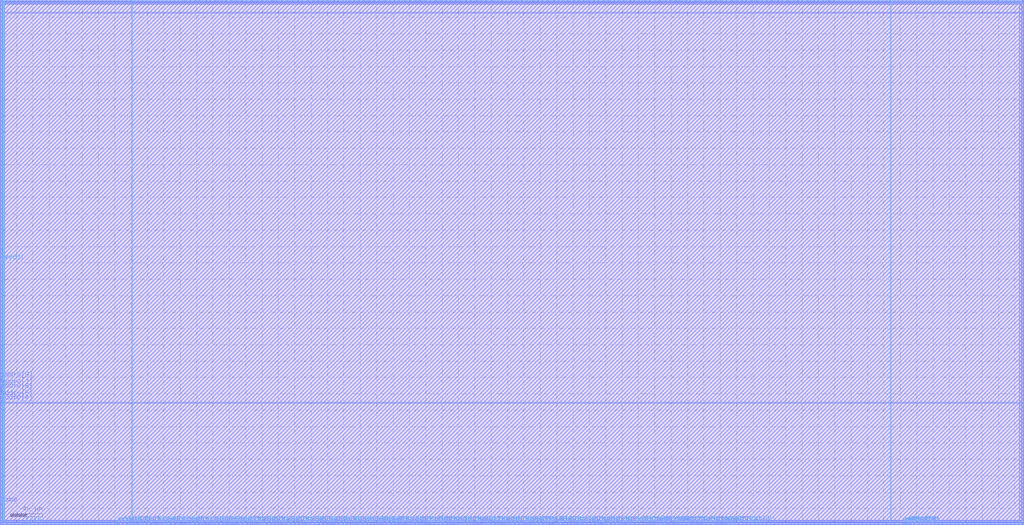
<source format=lef>
VERSION 5.4 ;
NAMESCASESENSITIVE ON ;
BUSBITCHARS "[]" ;
DIVIDERCHAR "/" ;
UNITS
  DATABASE MICRONS 2000 ;
END UNITS
MACRO sky130_sram_1r1w_128x512_128
   CLASS BLOCK ;
   SIZE 1250.9 BY 641.62 ;
   SYMMETRY X Y R90 ;
   PIN din0[0]
      DIRECTION INPUT ;
      PORT
         LAYER met4 ;
         RECT  161.16 0.0 161.54 1.06 ;
      END
   END din0[0]
   PIN din0[1]
      DIRECTION INPUT ;
      PORT
         LAYER met4 ;
         RECT  167.28 0.0 167.66 1.06 ;
      END
   END din0[1]
   PIN din0[2]
      DIRECTION INPUT ;
      PORT
         LAYER met4 ;
         RECT  173.4 0.0 173.78 1.06 ;
      END
   END din0[2]
   PIN din0[3]
      DIRECTION INPUT ;
      PORT
         LAYER met4 ;
         RECT  178.84 0.0 179.22 1.06 ;
      END
   END din0[3]
   PIN din0[4]
      DIRECTION INPUT ;
      PORT
         LAYER met4 ;
         RECT  184.96 0.0 185.34 1.06 ;
      END
   END din0[4]
   PIN din0[5]
      DIRECTION INPUT ;
      PORT
         LAYER met4 ;
         RECT  191.08 0.0 191.46 1.06 ;
      END
   END din0[5]
   PIN din0[6]
      DIRECTION INPUT ;
      PORT
         LAYER met4 ;
         RECT  196.52 0.0 196.9 1.06 ;
      END
   END din0[6]
   PIN din0[7]
      DIRECTION INPUT ;
      PORT
         LAYER met4 ;
         RECT  202.64 0.0 203.02 1.06 ;
      END
   END din0[7]
   PIN din0[8]
      DIRECTION INPUT ;
      PORT
         LAYER met4 ;
         RECT  208.08 0.0 208.46 1.06 ;
      END
   END din0[8]
   PIN din0[9]
      DIRECTION INPUT ;
      PORT
         LAYER met4 ;
         RECT  214.2 0.0 214.58 1.06 ;
      END
   END din0[9]
   PIN din0[10]
      DIRECTION INPUT ;
      PORT
         LAYER met4 ;
         RECT  220.32 0.0 220.7 1.06 ;
      END
   END din0[10]
   PIN din0[11]
      DIRECTION INPUT ;
      PORT
         LAYER met4 ;
         RECT  225.76 0.0 226.14 1.06 ;
      END
   END din0[11]
   PIN din0[12]
      DIRECTION INPUT ;
      PORT
         LAYER met4 ;
         RECT  231.88 0.0 232.26 1.06 ;
      END
   END din0[12]
   PIN din0[13]
      DIRECTION INPUT ;
      PORT
         LAYER met4 ;
         RECT  237.32 0.0 237.7 1.06 ;
      END
   END din0[13]
   PIN din0[14]
      DIRECTION INPUT ;
      PORT
         LAYER met4 ;
         RECT  243.44 0.0 243.82 1.06 ;
      END
   END din0[14]
   PIN din0[15]
      DIRECTION INPUT ;
      PORT
         LAYER met4 ;
         RECT  249.56 0.0 249.94 1.06 ;
      END
   END din0[15]
   PIN din0[16]
      DIRECTION INPUT ;
      PORT
         LAYER met4 ;
         RECT  255.0 0.0 255.38 1.06 ;
      END
   END din0[16]
   PIN din0[17]
      DIRECTION INPUT ;
      PORT
         LAYER met4 ;
         RECT  261.12 0.0 261.5 1.06 ;
      END
   END din0[17]
   PIN din0[18]
      DIRECTION INPUT ;
      PORT
         LAYER met4 ;
         RECT  266.56 0.0 266.94 1.06 ;
      END
   END din0[18]
   PIN din0[19]
      DIRECTION INPUT ;
      PORT
         LAYER met4 ;
         RECT  272.68 0.0 273.06 1.06 ;
      END
   END din0[19]
   PIN din0[20]
      DIRECTION INPUT ;
      PORT
         LAYER met4 ;
         RECT  278.12 0.0 278.5 1.06 ;
      END
   END din0[20]
   PIN din0[21]
      DIRECTION INPUT ;
      PORT
         LAYER met4 ;
         RECT  284.24 0.0 284.62 1.06 ;
      END
   END din0[21]
   PIN din0[22]
      DIRECTION INPUT ;
      PORT
         LAYER met4 ;
         RECT  289.68 0.0 290.06 1.06 ;
      END
   END din0[22]
   PIN din0[23]
      DIRECTION INPUT ;
      PORT
         LAYER met4 ;
         RECT  295.8 0.0 296.18 1.06 ;
      END
   END din0[23]
   PIN din0[24]
      DIRECTION INPUT ;
      PORT
         LAYER met4 ;
         RECT  301.92 0.0 302.3 1.06 ;
      END
   END din0[24]
   PIN din0[25]
      DIRECTION INPUT ;
      PORT
         LAYER met4 ;
         RECT  307.36 0.0 307.74 1.06 ;
      END
   END din0[25]
   PIN din0[26]
      DIRECTION INPUT ;
      PORT
         LAYER met4 ;
         RECT  313.48 0.0 313.86 1.06 ;
      END
   END din0[26]
   PIN din0[27]
      DIRECTION INPUT ;
      PORT
         LAYER met4 ;
         RECT  319.6 0.0 319.98 1.06 ;
      END
   END din0[27]
   PIN din0[28]
      DIRECTION INPUT ;
      PORT
         LAYER met4 ;
         RECT  325.04 0.0 325.42 1.06 ;
      END
   END din0[28]
   PIN din0[29]
      DIRECTION INPUT ;
      PORT
         LAYER met4 ;
         RECT  331.16 0.0 331.54 1.06 ;
      END
   END din0[29]
   PIN din0[30]
      DIRECTION INPUT ;
      PORT
         LAYER met4 ;
         RECT  336.6 0.0 336.98 1.06 ;
      END
   END din0[30]
   PIN din0[31]
      DIRECTION INPUT ;
      PORT
         LAYER met4 ;
         RECT  342.72 0.0 343.1 1.06 ;
      END
   END din0[31]
   PIN din0[32]
      DIRECTION INPUT ;
      PORT
         LAYER met4 ;
         RECT  348.84 0.0 349.22 1.06 ;
      END
   END din0[32]
   PIN din0[33]
      DIRECTION INPUT ;
      PORT
         LAYER met4 ;
         RECT  354.28 0.0 354.66 1.06 ;
      END
   END din0[33]
   PIN din0[34]
      DIRECTION INPUT ;
      PORT
         LAYER met4 ;
         RECT  360.4 0.0 360.78 1.06 ;
      END
   END din0[34]
   PIN din0[35]
      DIRECTION INPUT ;
      PORT
         LAYER met4 ;
         RECT  365.84 0.0 366.22 1.06 ;
      END
   END din0[35]
   PIN din0[36]
      DIRECTION INPUT ;
      PORT
         LAYER met4 ;
         RECT  371.96 0.0 372.34 1.06 ;
      END
   END din0[36]
   PIN din0[37]
      DIRECTION INPUT ;
      PORT
         LAYER met4 ;
         RECT  378.08 0.0 378.46 1.06 ;
      END
   END din0[37]
   PIN din0[38]
      DIRECTION INPUT ;
      PORT
         LAYER met4 ;
         RECT  383.52 0.0 383.9 1.06 ;
      END
   END din0[38]
   PIN din0[39]
      DIRECTION INPUT ;
      PORT
         LAYER met4 ;
         RECT  388.96 0.0 389.34 1.06 ;
      END
   END din0[39]
   PIN din0[40]
      DIRECTION INPUT ;
      PORT
         LAYER met4 ;
         RECT  395.08 0.0 395.46 1.06 ;
      END
   END din0[40]
   PIN din0[41]
      DIRECTION INPUT ;
      PORT
         LAYER met4 ;
         RECT  400.52 0.0 400.9 1.06 ;
      END
   END din0[41]
   PIN din0[42]
      DIRECTION INPUT ;
      PORT
         LAYER met4 ;
         RECT  406.64 0.0 407.02 1.06 ;
      END
   END din0[42]
   PIN din0[43]
      DIRECTION INPUT ;
      PORT
         LAYER met4 ;
         RECT  412.76 0.0 413.14 1.06 ;
      END
   END din0[43]
   PIN din0[44]
      DIRECTION INPUT ;
      PORT
         LAYER met4 ;
         RECT  418.2 0.0 418.58 1.06 ;
      END
   END din0[44]
   PIN din0[45]
      DIRECTION INPUT ;
      PORT
         LAYER met4 ;
         RECT  424.32 0.0 424.7 1.06 ;
      END
   END din0[45]
   PIN din0[46]
      DIRECTION INPUT ;
      PORT
         LAYER met4 ;
         RECT  429.76 0.0 430.14 1.06 ;
      END
   END din0[46]
   PIN din0[47]
      DIRECTION INPUT ;
      PORT
         LAYER met4 ;
         RECT  435.88 0.0 436.26 1.06 ;
      END
   END din0[47]
   PIN din0[48]
      DIRECTION INPUT ;
      PORT
         LAYER met4 ;
         RECT  442.0 0.0 442.38 1.06 ;
      END
   END din0[48]
   PIN din0[49]
      DIRECTION INPUT ;
      PORT
         LAYER met4 ;
         RECT  447.44 0.0 447.82 1.06 ;
      END
   END din0[49]
   PIN din0[50]
      DIRECTION INPUT ;
      PORT
         LAYER met4 ;
         RECT  453.56 0.0 453.94 1.06 ;
      END
   END din0[50]
   PIN din0[51]
      DIRECTION INPUT ;
      PORT
         LAYER met4 ;
         RECT  459.68 0.0 460.06 1.06 ;
      END
   END din0[51]
   PIN din0[52]
      DIRECTION INPUT ;
      PORT
         LAYER met4 ;
         RECT  465.12 0.0 465.5 1.06 ;
      END
   END din0[52]
   PIN din0[53]
      DIRECTION INPUT ;
      PORT
         LAYER met4 ;
         RECT  471.24 0.0 471.62 1.06 ;
      END
   END din0[53]
   PIN din0[54]
      DIRECTION INPUT ;
      PORT
         LAYER met4 ;
         RECT  476.68 0.0 477.06 1.06 ;
      END
   END din0[54]
   PIN din0[55]
      DIRECTION INPUT ;
      PORT
         LAYER met4 ;
         RECT  482.8 0.0 483.18 1.06 ;
      END
   END din0[55]
   PIN din0[56]
      DIRECTION INPUT ;
      PORT
         LAYER met4 ;
         RECT  488.24 0.0 488.62 1.06 ;
      END
   END din0[56]
   PIN din0[57]
      DIRECTION INPUT ;
      PORT
         LAYER met4 ;
         RECT  494.36 0.0 494.74 1.06 ;
      END
   END din0[57]
   PIN din0[58]
      DIRECTION INPUT ;
      PORT
         LAYER met4 ;
         RECT  500.48 0.0 500.86 1.06 ;
      END
   END din0[58]
   PIN din0[59]
      DIRECTION INPUT ;
      PORT
         LAYER met4 ;
         RECT  505.92 0.0 506.3 1.06 ;
      END
   END din0[59]
   PIN din0[60]
      DIRECTION INPUT ;
      PORT
         LAYER met4 ;
         RECT  512.04 0.0 512.42 1.06 ;
      END
   END din0[60]
   PIN din0[61]
      DIRECTION INPUT ;
      PORT
         LAYER met4 ;
         RECT  518.16 0.0 518.54 1.06 ;
      END
   END din0[61]
   PIN din0[62]
      DIRECTION INPUT ;
      PORT
         LAYER met4 ;
         RECT  523.6 0.0 523.98 1.06 ;
      END
   END din0[62]
   PIN din0[63]
      DIRECTION INPUT ;
      PORT
         LAYER met4 ;
         RECT  529.72 0.0 530.1 1.06 ;
      END
   END din0[63]
   PIN din0[64]
      DIRECTION INPUT ;
      PORT
         LAYER met4 ;
         RECT  535.16 0.0 535.54 1.06 ;
      END
   END din0[64]
   PIN din0[65]
      DIRECTION INPUT ;
      PORT
         LAYER met4 ;
         RECT  541.28 0.0 541.66 1.06 ;
      END
   END din0[65]
   PIN din0[66]
      DIRECTION INPUT ;
      PORT
         LAYER met4 ;
         RECT  546.72 0.0 547.1 1.06 ;
      END
   END din0[66]
   PIN din0[67]
      DIRECTION INPUT ;
      PORT
         LAYER met4 ;
         RECT  552.84 0.0 553.22 1.06 ;
      END
   END din0[67]
   PIN din0[68]
      DIRECTION INPUT ;
      PORT
         LAYER met4 ;
         RECT  558.28 0.0 558.66 1.06 ;
      END
   END din0[68]
   PIN din0[69]
      DIRECTION INPUT ;
      PORT
         LAYER met4 ;
         RECT  564.4 0.0 564.78 1.06 ;
      END
   END din0[69]
   PIN din0[70]
      DIRECTION INPUT ;
      PORT
         LAYER met4 ;
         RECT  570.52 0.0 570.9 1.06 ;
      END
   END din0[70]
   PIN din0[71]
      DIRECTION INPUT ;
      PORT
         LAYER met4 ;
         RECT  576.64 0.0 577.02 1.06 ;
      END
   END din0[71]
   PIN din0[72]
      DIRECTION INPUT ;
      PORT
         LAYER met4 ;
         RECT  582.08 0.0 582.46 1.06 ;
      END
   END din0[72]
   PIN din0[73]
      DIRECTION INPUT ;
      PORT
         LAYER met4 ;
         RECT  587.52 0.0 587.9 1.06 ;
      END
   END din0[73]
   PIN din0[74]
      DIRECTION INPUT ;
      PORT
         LAYER met4 ;
         RECT  593.64 0.0 594.02 1.06 ;
      END
   END din0[74]
   PIN din0[75]
      DIRECTION INPUT ;
      PORT
         LAYER met4 ;
         RECT  599.76 0.0 600.14 1.06 ;
      END
   END din0[75]
   PIN din0[76]
      DIRECTION INPUT ;
      PORT
         LAYER met4 ;
         RECT  605.2 0.0 605.58 1.06 ;
      END
   END din0[76]
   PIN din0[77]
      DIRECTION INPUT ;
      PORT
         LAYER met4 ;
         RECT  611.32 0.0 611.7 1.06 ;
      END
   END din0[77]
   PIN din0[78]
      DIRECTION INPUT ;
      PORT
         LAYER met4 ;
         RECT  616.76 0.0 617.14 1.06 ;
      END
   END din0[78]
   PIN din0[79]
      DIRECTION INPUT ;
      PORT
         LAYER met4 ;
         RECT  622.88 0.0 623.26 1.06 ;
      END
   END din0[79]
   PIN din0[80]
      DIRECTION INPUT ;
      PORT
         LAYER met4 ;
         RECT  628.32 0.0 628.7 1.06 ;
      END
   END din0[80]
   PIN din0[81]
      DIRECTION INPUT ;
      PORT
         LAYER met4 ;
         RECT  634.44 0.0 634.82 1.06 ;
      END
   END din0[81]
   PIN din0[82]
      DIRECTION INPUT ;
      PORT
         LAYER met4 ;
         RECT  640.56 0.0 640.94 1.06 ;
      END
   END din0[82]
   PIN din0[83]
      DIRECTION INPUT ;
      PORT
         LAYER met4 ;
         RECT  646.68 0.0 647.06 1.06 ;
      END
   END din0[83]
   PIN din0[84]
      DIRECTION INPUT ;
      PORT
         LAYER met4 ;
         RECT  652.12 0.0 652.5 1.06 ;
      END
   END din0[84]
   PIN din0[85]
      DIRECTION INPUT ;
      PORT
         LAYER met4 ;
         RECT  658.24 0.0 658.62 1.06 ;
      END
   END din0[85]
   PIN din0[86]
      DIRECTION INPUT ;
      PORT
         LAYER met4 ;
         RECT  663.68 0.0 664.06 1.06 ;
      END
   END din0[86]
   PIN din0[87]
      DIRECTION INPUT ;
      PORT
         LAYER met4 ;
         RECT  669.8 0.0 670.18 1.06 ;
      END
   END din0[87]
   PIN din0[88]
      DIRECTION INPUT ;
      PORT
         LAYER met4 ;
         RECT  675.24 0.0 675.62 1.06 ;
      END
   END din0[88]
   PIN din0[89]
      DIRECTION INPUT ;
      PORT
         LAYER met4 ;
         RECT  681.36 0.0 681.74 1.06 ;
      END
   END din0[89]
   PIN din0[90]
      DIRECTION INPUT ;
      PORT
         LAYER met4 ;
         RECT  686.8 0.0 687.18 1.06 ;
      END
   END din0[90]
   PIN din0[91]
      DIRECTION INPUT ;
      PORT
         LAYER met4 ;
         RECT  692.92 0.0 693.3 1.06 ;
      END
   END din0[91]
   PIN din0[92]
      DIRECTION INPUT ;
      PORT
         LAYER met4 ;
         RECT  698.36 0.0 698.74 1.06 ;
      END
   END din0[92]
   PIN din0[93]
      DIRECTION INPUT ;
      PORT
         LAYER met4 ;
         RECT  704.48 0.0 704.86 1.06 ;
      END
   END din0[93]
   PIN din0[94]
      DIRECTION INPUT ;
      PORT
         LAYER met4 ;
         RECT  710.6 0.0 710.98 1.06 ;
      END
   END din0[94]
   PIN din0[95]
      DIRECTION INPUT ;
      PORT
         LAYER met4 ;
         RECT  716.04 0.0 716.42 1.06 ;
      END
   END din0[95]
   PIN din0[96]
      DIRECTION INPUT ;
      PORT
         LAYER met4 ;
         RECT  722.16 0.0 722.54 1.06 ;
      END
   END din0[96]
   PIN din0[97]
      DIRECTION INPUT ;
      PORT
         LAYER met4 ;
         RECT  727.6 0.0 727.98 1.06 ;
      END
   END din0[97]
   PIN din0[98]
      DIRECTION INPUT ;
      PORT
         LAYER met4 ;
         RECT  733.72 0.0 734.1 1.06 ;
      END
   END din0[98]
   PIN din0[99]
      DIRECTION INPUT ;
      PORT
         LAYER met4 ;
         RECT  739.84 0.0 740.22 1.06 ;
      END
   END din0[99]
   PIN din0[100]
      DIRECTION INPUT ;
      PORT
         LAYER met4 ;
         RECT  745.96 0.0 746.34 1.06 ;
      END
   END din0[100]
   PIN din0[101]
      DIRECTION INPUT ;
      PORT
         LAYER met4 ;
         RECT  751.4 0.0 751.78 1.06 ;
      END
   END din0[101]
   PIN din0[102]
      DIRECTION INPUT ;
      PORT
         LAYER met4 ;
         RECT  757.52 0.0 757.9 1.06 ;
      END
   END din0[102]
   PIN din0[103]
      DIRECTION INPUT ;
      PORT
         LAYER met4 ;
         RECT  762.96 0.0 763.34 1.06 ;
      END
   END din0[103]
   PIN din0[104]
      DIRECTION INPUT ;
      PORT
         LAYER met4 ;
         RECT  769.08 0.0 769.46 1.06 ;
      END
   END din0[104]
   PIN din0[105]
      DIRECTION INPUT ;
      PORT
         LAYER met4 ;
         RECT  775.2 0.0 775.58 1.06 ;
      END
   END din0[105]
   PIN din0[106]
      DIRECTION INPUT ;
      PORT
         LAYER met4 ;
         RECT  780.64 0.0 781.02 1.06 ;
      END
   END din0[106]
   PIN din0[107]
      DIRECTION INPUT ;
      PORT
         LAYER met4 ;
         RECT  786.08 0.0 786.46 1.06 ;
      END
   END din0[107]
   PIN din0[108]
      DIRECTION INPUT ;
      PORT
         LAYER met4 ;
         RECT  792.2 0.0 792.58 1.06 ;
      END
   END din0[108]
   PIN din0[109]
      DIRECTION INPUT ;
      PORT
         LAYER met4 ;
         RECT  798.32 0.0 798.7 1.06 ;
      END
   END din0[109]
   PIN din0[110]
      DIRECTION INPUT ;
      PORT
         LAYER met4 ;
         RECT  803.76 0.0 804.14 1.06 ;
      END
   END din0[110]
   PIN din0[111]
      DIRECTION INPUT ;
      PORT
         LAYER met4 ;
         RECT  809.88 0.0 810.26 1.06 ;
      END
   END din0[111]
   PIN din0[112]
      DIRECTION INPUT ;
      PORT
         LAYER met4 ;
         RECT  816.0 0.0 816.38 1.06 ;
      END
   END din0[112]
   PIN din0[113]
      DIRECTION INPUT ;
      PORT
         LAYER met4 ;
         RECT  821.44 0.0 821.82 1.06 ;
      END
   END din0[113]
   PIN din0[114]
      DIRECTION INPUT ;
      PORT
         LAYER met4 ;
         RECT  827.56 0.0 827.94 1.06 ;
      END
   END din0[114]
   PIN din0[115]
      DIRECTION INPUT ;
      PORT
         LAYER met4 ;
         RECT  833.0 0.0 833.38 1.06 ;
      END
   END din0[115]
   PIN din0[116]
      DIRECTION INPUT ;
      PORT
         LAYER met4 ;
         RECT  839.12 0.0 839.5 1.06 ;
      END
   END din0[116]
   PIN din0[117]
      DIRECTION INPUT ;
      PORT
         LAYER met4 ;
         RECT  845.24 0.0 845.62 1.06 ;
      END
   END din0[117]
   PIN din0[118]
      DIRECTION INPUT ;
      PORT
         LAYER met4 ;
         RECT  850.68 0.0 851.06 1.06 ;
      END
   END din0[118]
   PIN din0[119]
      DIRECTION INPUT ;
      PORT
         LAYER met4 ;
         RECT  856.12 0.0 856.5 1.06 ;
      END
   END din0[119]
   PIN din0[120]
      DIRECTION INPUT ;
      PORT
         LAYER met4 ;
         RECT  862.24 0.0 862.62 1.06 ;
      END
   END din0[120]
   PIN din0[121]
      DIRECTION INPUT ;
      PORT
         LAYER met4 ;
         RECT  868.36 0.0 868.74 1.06 ;
      END
   END din0[121]
   PIN din0[122]
      DIRECTION INPUT ;
      PORT
         LAYER met4 ;
         RECT  874.48 0.0 874.86 1.06 ;
      END
   END din0[122]
   PIN din0[123]
      DIRECTION INPUT ;
      PORT
         LAYER met4 ;
         RECT  879.92 0.0 880.3 1.06 ;
      END
   END din0[123]
   PIN din0[124]
      DIRECTION INPUT ;
      PORT
         LAYER met4 ;
         RECT  886.04 0.0 886.42 1.06 ;
      END
   END din0[124]
   PIN din0[125]
      DIRECTION INPUT ;
      PORT
         LAYER met4 ;
         RECT  891.48 0.0 891.86 1.06 ;
      END
   END din0[125]
   PIN din0[126]
      DIRECTION INPUT ;
      PORT
         LAYER met4 ;
         RECT  896.92 0.0 897.3 1.06 ;
      END
   END din0[126]
   PIN din0[127]
      DIRECTION INPUT ;
      PORT
         LAYER met4 ;
         RECT  903.04 0.0 903.42 1.06 ;
      END
   END din0[127]
   PIN addr0[0]
      DIRECTION INPUT ;
      PORT
         LAYER met4 ;
         RECT  155.72 0.0 156.1 1.06 ;
      END
   END addr0[0]
   PIN addr0[1]
      DIRECTION INPUT ;
      PORT
         LAYER met4 ;
         RECT  144.16 0.0 144.54 1.06 ;
      END
   END addr0[1]
   PIN addr0[2]
      DIRECTION INPUT ;
      PORT
         LAYER met4 ;
         RECT  144.84 0.0 145.22 1.06 ;
      END
   END addr0[2]
   PIN addr0[3]
      DIRECTION INPUT ;
      PORT
         LAYER met4 ;
         RECT  142.12 0.0 142.5 1.06 ;
      END
   END addr0[3]
   PIN addr0[4]
      DIRECTION INPUT ;
      PORT
         LAYER met3 ;
         RECT  0.0 148.92 1.06 149.3 ;
      END
   END addr0[4]
   PIN addr0[5]
      DIRECTION INPUT ;
      PORT
         LAYER met3 ;
         RECT  0.0 154.36 1.06 154.74 ;
      END
   END addr0[5]
   PIN addr0[6]
      DIRECTION INPUT ;
      PORT
         LAYER met3 ;
         RECT  0.0 163.2 1.06 163.58 ;
      END
   END addr0[6]
   PIN addr0[7]
      DIRECTION INPUT ;
      PORT
         LAYER met3 ;
         RECT  0.0 167.96 1.06 168.34 ;
      END
   END addr0[7]
   PIN addr0[8]
      DIRECTION INPUT ;
      PORT
         LAYER met3 ;
         RECT  0.0 176.8 1.06 177.18 ;
      END
   END addr0[8]
   PIN addr1[0]
      DIRECTION INPUT ;
      PORT
         LAYER met4 ;
         RECT  1088.0 640.56 1088.38 641.62 ;
      END
   END addr1[0]
   PIN addr1[1]
      DIRECTION INPUT ;
      PORT
         LAYER met4 ;
         RECT  1109.08 0.0 1109.46 1.06 ;
      END
   END addr1[1]
   PIN addr1[2]
      DIRECTION INPUT ;
      PORT
         LAYER met4 ;
         RECT  1102.96 0.0 1103.34 1.06 ;
      END
   END addr1[2]
   PIN addr1[3]
      DIRECTION INPUT ;
      PORT
         LAYER met4 ;
         RECT  1103.64 0.0 1104.02 1.06 ;
      END
   END addr1[3]
   PIN addr1[4]
      DIRECTION INPUT ;
      PORT
         LAYER met4 ;
         RECT  1108.4 0.0 1108.78 1.06 ;
      END
   END addr1[4]
   PIN addr1[5]
      DIRECTION INPUT ;
      PORT
         LAYER met4 ;
         RECT  1107.72 0.0 1108.1 1.06 ;
      END
   END addr1[5]
   PIN addr1[6]
      DIRECTION INPUT ;
      PORT
         LAYER met4 ;
         RECT  1104.32 0.0 1104.7 1.06 ;
      END
   END addr1[6]
   PIN addr1[7]
      DIRECTION INPUT ;
      PORT
         LAYER met4 ;
         RECT  1105.0 0.0 1105.38 1.06 ;
      END
   END addr1[7]
   PIN addr1[8]
      DIRECTION INPUT ;
      PORT
         LAYER met4 ;
         RECT  1105.68 0.0 1106.06 1.06 ;
      END
   END addr1[8]
   PIN csb0
      DIRECTION INPUT ;
      PORT
         LAYER met3 ;
         RECT  0.0 24.48 1.06 24.86 ;
      END
   END csb0
   PIN csb1
      DIRECTION INPUT ;
      PORT
         LAYER met3 ;
         RECT  1249.84 625.6 1250.9 625.98 ;
      END
   END csb1
   PIN clk0
      DIRECTION INPUT ;
      PORT
         LAYER met4 ;
         RECT  30.6 0.0 30.98 1.06 ;
      END
   END clk0
   PIN clk1
      DIRECTION INPUT ;
      PORT
         LAYER met4 ;
         RECT  1219.24 640.56 1219.62 641.62 ;
      END
   END clk1
   PIN dout1[0]
      DIRECTION OUTPUT ;
      PORT
         LAYER met4 ;
         RECT  225.76 640.56 226.14 641.62 ;
      END
   END dout1[0]
   PIN dout1[1]
      DIRECTION OUTPUT ;
      PORT
         LAYER met4 ;
         RECT  232.56 640.56 232.94 641.62 ;
      END
   END dout1[1]
   PIN dout1[2]
      DIRECTION OUTPUT ;
      PORT
         LAYER met4 ;
         RECT  238.68 640.56 239.06 641.62 ;
      END
   END dout1[2]
   PIN dout1[3]
      DIRECTION OUTPUT ;
      PORT
         LAYER met4 ;
         RECT  244.12 640.56 244.5 641.62 ;
      END
   END dout1[3]
   PIN dout1[4]
      DIRECTION OUTPUT ;
      PORT
         LAYER met4 ;
         RECT  250.92 640.56 251.3 641.62 ;
      END
   END dout1[4]
   PIN dout1[5]
      DIRECTION OUTPUT ;
      PORT
         LAYER met4 ;
         RECT  257.04 640.56 257.42 641.62 ;
      END
   END dout1[5]
   PIN dout1[6]
      DIRECTION OUTPUT ;
      PORT
         LAYER met4 ;
         RECT  263.16 640.56 263.54 641.62 ;
      END
   END dout1[6]
   PIN dout1[7]
      DIRECTION OUTPUT ;
      PORT
         LAYER met4 ;
         RECT  269.96 640.56 270.34 641.62 ;
      END
   END dout1[7]
   PIN dout1[8]
      DIRECTION OUTPUT ;
      PORT
         LAYER met4 ;
         RECT  275.4 640.56 275.78 641.62 ;
      END
   END dout1[8]
   PIN dout1[9]
      DIRECTION OUTPUT ;
      PORT
         LAYER met4 ;
         RECT  282.88 640.56 283.26 641.62 ;
      END
   END dout1[9]
   PIN dout1[10]
      DIRECTION OUTPUT ;
      PORT
         LAYER met4 ;
         RECT  289.0 640.56 289.38 641.62 ;
      END
   END dout1[10]
   PIN dout1[11]
      DIRECTION OUTPUT ;
      PORT
         LAYER met4 ;
         RECT  295.12 640.56 295.5 641.62 ;
      END
   END dout1[11]
   PIN dout1[12]
      DIRECTION OUTPUT ;
      PORT
         LAYER met4 ;
         RECT  300.56 640.56 300.94 641.62 ;
      END
   END dout1[12]
   PIN dout1[13]
      DIRECTION OUTPUT ;
      PORT
         LAYER met4 ;
         RECT  307.36 640.56 307.74 641.62 ;
      END
   END dout1[13]
   PIN dout1[14]
      DIRECTION OUTPUT ;
      PORT
         LAYER met4 ;
         RECT  313.48 640.56 313.86 641.62 ;
      END
   END dout1[14]
   PIN dout1[15]
      DIRECTION OUTPUT ;
      PORT
         LAYER met4 ;
         RECT  319.6 640.56 319.98 641.62 ;
      END
   END dout1[15]
   PIN dout1[16]
      DIRECTION OUTPUT ;
      PORT
         LAYER met4 ;
         RECT  325.72 640.56 326.1 641.62 ;
      END
   END dout1[16]
   PIN dout1[17]
      DIRECTION OUTPUT ;
      PORT
         LAYER met4 ;
         RECT  332.52 640.56 332.9 641.62 ;
      END
   END dout1[17]
   PIN dout1[18]
      DIRECTION OUTPUT ;
      PORT
         LAYER met4 ;
         RECT  337.96 640.56 338.34 641.62 ;
      END
   END dout1[18]
   PIN dout1[19]
      DIRECTION OUTPUT ;
      PORT
         LAYER met4 ;
         RECT  344.08 640.56 344.46 641.62 ;
      END
   END dout1[19]
   PIN dout1[20]
      DIRECTION OUTPUT ;
      PORT
         LAYER met4 ;
         RECT  350.88 640.56 351.26 641.62 ;
      END
   END dout1[20]
   PIN dout1[21]
      DIRECTION OUTPUT ;
      PORT
         LAYER met4 ;
         RECT  357.68 640.56 358.06 641.62 ;
      END
   END dout1[21]
   PIN dout1[22]
      DIRECTION OUTPUT ;
      PORT
         LAYER met4 ;
         RECT  363.12 640.56 363.5 641.62 ;
      END
   END dout1[22]
   PIN dout1[23]
      DIRECTION OUTPUT ;
      PORT
         LAYER met4 ;
         RECT  369.24 640.56 369.62 641.62 ;
      END
   END dout1[23]
   PIN dout1[24]
      DIRECTION OUTPUT ;
      PORT
         LAYER met4 ;
         RECT  376.04 640.56 376.42 641.62 ;
      END
   END dout1[24]
   PIN dout1[25]
      DIRECTION OUTPUT ;
      PORT
         LAYER met4 ;
         RECT  382.16 640.56 382.54 641.62 ;
      END
   END dout1[25]
   PIN dout1[26]
      DIRECTION OUTPUT ;
      PORT
         LAYER met4 ;
         RECT  387.6 640.56 387.98 641.62 ;
      END
   END dout1[26]
   PIN dout1[27]
      DIRECTION OUTPUT ;
      PORT
         LAYER met4 ;
         RECT  394.4 640.56 394.78 641.62 ;
      END
   END dout1[27]
   PIN dout1[28]
      DIRECTION OUTPUT ;
      PORT
         LAYER met4 ;
         RECT  400.52 640.56 400.9 641.62 ;
      END
   END dout1[28]
   PIN dout1[29]
      DIRECTION OUTPUT ;
      PORT
         LAYER met4 ;
         RECT  407.32 640.56 407.7 641.62 ;
      END
   END dout1[29]
   PIN dout1[30]
      DIRECTION OUTPUT ;
      PORT
         LAYER met4 ;
         RECT  413.44 640.56 413.82 641.62 ;
      END
   END dout1[30]
   PIN dout1[31]
      DIRECTION OUTPUT ;
      PORT
         LAYER met4 ;
         RECT  418.88 640.56 419.26 641.62 ;
      END
   END dout1[31]
   PIN dout1[32]
      DIRECTION OUTPUT ;
      PORT
         LAYER met4 ;
         RECT  426.36 640.56 426.74 641.62 ;
      END
   END dout1[32]
   PIN dout1[33]
      DIRECTION OUTPUT ;
      PORT
         LAYER met4 ;
         RECT  432.48 640.56 432.86 641.62 ;
      END
   END dout1[33]
   PIN dout1[34]
      DIRECTION OUTPUT ;
      PORT
         LAYER met4 ;
         RECT  438.6 640.56 438.98 641.62 ;
      END
   END dout1[34]
   PIN dout1[35]
      DIRECTION OUTPUT ;
      PORT
         LAYER met4 ;
         RECT  444.04 640.56 444.42 641.62 ;
      END
   END dout1[35]
   PIN dout1[36]
      DIRECTION OUTPUT ;
      PORT
         LAYER met4 ;
         RECT  450.16 640.56 450.54 641.62 ;
      END
   END dout1[36]
   PIN dout1[37]
      DIRECTION OUTPUT ;
      PORT
         LAYER met4 ;
         RECT  456.28 640.56 456.66 641.62 ;
      END
   END dout1[37]
   PIN dout1[38]
      DIRECTION OUTPUT ;
      PORT
         LAYER met4 ;
         RECT  463.08 640.56 463.46 641.62 ;
      END
   END dout1[38]
   PIN dout1[39]
      DIRECTION OUTPUT ;
      PORT
         LAYER met4 ;
         RECT  469.88 640.56 470.26 641.62 ;
      END
   END dout1[39]
   PIN dout1[40]
      DIRECTION OUTPUT ;
      PORT
         LAYER met4 ;
         RECT  475.32 640.56 475.7 641.62 ;
      END
   END dout1[40]
   PIN dout1[41]
      DIRECTION OUTPUT ;
      PORT
         LAYER met4 ;
         RECT  481.44 640.56 481.82 641.62 ;
      END
   END dout1[41]
   PIN dout1[42]
      DIRECTION OUTPUT ;
      PORT
         LAYER met4 ;
         RECT  487.56 640.56 487.94 641.62 ;
      END
   END dout1[42]
   PIN dout1[43]
      DIRECTION OUTPUT ;
      PORT
         LAYER met4 ;
         RECT  494.36 640.56 494.74 641.62 ;
      END
   END dout1[43]
   PIN dout1[44]
      DIRECTION OUTPUT ;
      PORT
         LAYER met4 ;
         RECT  500.48 640.56 500.86 641.62 ;
      END
   END dout1[44]
   PIN dout1[45]
      DIRECTION OUTPUT ;
      PORT
         LAYER met4 ;
         RECT  507.28 640.56 507.66 641.62 ;
      END
   END dout1[45]
   PIN dout1[46]
      DIRECTION OUTPUT ;
      PORT
         LAYER met4 ;
         RECT  513.4 640.56 513.78 641.62 ;
      END
   END dout1[46]
   PIN dout1[47]
      DIRECTION OUTPUT ;
      PORT
         LAYER met4 ;
         RECT  518.84 640.56 519.22 641.62 ;
      END
   END dout1[47]
   PIN dout1[48]
      DIRECTION OUTPUT ;
      PORT
         LAYER met4 ;
         RECT  525.64 640.56 526.02 641.62 ;
      END
   END dout1[48]
   PIN dout1[49]
      DIRECTION OUTPUT ;
      PORT
         LAYER met4 ;
         RECT  531.76 640.56 532.14 641.62 ;
      END
   END dout1[49]
   PIN dout1[50]
      DIRECTION OUTPUT ;
      PORT
         LAYER met4 ;
         RECT  538.56 640.56 538.94 641.62 ;
      END
   END dout1[50]
   PIN dout1[51]
      DIRECTION OUTPUT ;
      PORT
         LAYER met4 ;
         RECT  544.0 640.56 544.38 641.62 ;
      END
   END dout1[51]
   PIN dout1[52]
      DIRECTION OUTPUT ;
      PORT
         LAYER met4 ;
         RECT  550.8 640.56 551.18 641.62 ;
      END
   END dout1[52]
   PIN dout1[53]
      DIRECTION OUTPUT ;
      PORT
         LAYER met4 ;
         RECT  556.24 640.56 556.62 641.62 ;
      END
   END dout1[53]
   PIN dout1[54]
      DIRECTION OUTPUT ;
      PORT
         LAYER met4 ;
         RECT  563.04 640.56 563.42 641.62 ;
      END
   END dout1[54]
   PIN dout1[55]
      DIRECTION OUTPUT ;
      PORT
         LAYER met4 ;
         RECT  568.48 640.56 568.86 641.62 ;
      END
   END dout1[55]
   PIN dout1[56]
      DIRECTION OUTPUT ;
      PORT
         LAYER met4 ;
         RECT  575.28 640.56 575.66 641.62 ;
      END
   END dout1[56]
   PIN dout1[57]
      DIRECTION OUTPUT ;
      PORT
         LAYER met4 ;
         RECT  582.08 640.56 582.46 641.62 ;
      END
   END dout1[57]
   PIN dout1[58]
      DIRECTION OUTPUT ;
      PORT
         LAYER met4 ;
         RECT  587.52 640.56 587.9 641.62 ;
      END
   END dout1[58]
   PIN dout1[59]
      DIRECTION OUTPUT ;
      PORT
         LAYER met4 ;
         RECT  593.64 640.56 594.02 641.62 ;
      END
   END dout1[59]
   PIN dout1[60]
      DIRECTION OUTPUT ;
      PORT
         LAYER met4 ;
         RECT  601.12 640.56 601.5 641.62 ;
      END
   END dout1[60]
   PIN dout1[61]
      DIRECTION OUTPUT ;
      PORT
         LAYER met4 ;
         RECT  607.24 640.56 607.62 641.62 ;
      END
   END dout1[61]
   PIN dout1[62]
      DIRECTION OUTPUT ;
      PORT
         LAYER met4 ;
         RECT  612.68 640.56 613.06 641.62 ;
      END
   END dout1[62]
   PIN dout1[63]
      DIRECTION OUTPUT ;
      PORT
         LAYER met4 ;
         RECT  618.8 640.56 619.18 641.62 ;
      END
   END dout1[63]
   PIN dout1[64]
      DIRECTION OUTPUT ;
      PORT
         LAYER met4 ;
         RECT  624.92 640.56 625.3 641.62 ;
      END
   END dout1[64]
   PIN dout1[65]
      DIRECTION OUTPUT ;
      PORT
         LAYER met4 ;
         RECT  631.04 640.56 631.42 641.62 ;
      END
   END dout1[65]
   PIN dout1[66]
      DIRECTION OUTPUT ;
      PORT
         LAYER met4 ;
         RECT  637.16 640.56 637.54 641.62 ;
      END
   END dout1[66]
   PIN dout1[67]
      DIRECTION OUTPUT ;
      PORT
         LAYER met4 ;
         RECT  643.96 640.56 644.34 641.62 ;
      END
   END dout1[67]
   PIN dout1[68]
      DIRECTION OUTPUT ;
      PORT
         LAYER met4 ;
         RECT  650.76 640.56 651.14 641.62 ;
      END
   END dout1[68]
   PIN dout1[69]
      DIRECTION OUTPUT ;
      PORT
         LAYER met4 ;
         RECT  656.88 640.56 657.26 641.62 ;
      END
   END dout1[69]
   PIN dout1[70]
      DIRECTION OUTPUT ;
      PORT
         LAYER met4 ;
         RECT  662.32 640.56 662.7 641.62 ;
      END
   END dout1[70]
   PIN dout1[71]
      DIRECTION OUTPUT ;
      PORT
         LAYER met4 ;
         RECT  669.12 640.56 669.5 641.62 ;
      END
   END dout1[71]
   PIN dout1[72]
      DIRECTION OUTPUT ;
      PORT
         LAYER met4 ;
         RECT  675.92 640.56 676.3 641.62 ;
      END
   END dout1[72]
   PIN dout1[73]
      DIRECTION OUTPUT ;
      PORT
         LAYER met4 ;
         RECT  682.04 640.56 682.42 641.62 ;
      END
   END dout1[73]
   PIN dout1[74]
      DIRECTION OUTPUT ;
      PORT
         LAYER met4 ;
         RECT  687.48 640.56 687.86 641.62 ;
      END
   END dout1[74]
   PIN dout1[75]
      DIRECTION OUTPUT ;
      PORT
         LAYER met4 ;
         RECT  693.6 640.56 693.98 641.62 ;
      END
   END dout1[75]
   PIN dout1[76]
      DIRECTION OUTPUT ;
      PORT
         LAYER met4 ;
         RECT  700.4 640.56 700.78 641.62 ;
      END
   END dout1[76]
   PIN dout1[77]
      DIRECTION OUTPUT ;
      PORT
         LAYER met4 ;
         RECT  707.2 640.56 707.58 641.62 ;
      END
   END dout1[77]
   PIN dout1[78]
      DIRECTION OUTPUT ;
      PORT
         LAYER met4 ;
         RECT  712.64 640.56 713.02 641.62 ;
      END
   END dout1[78]
   PIN dout1[79]
      DIRECTION OUTPUT ;
      PORT
         LAYER met4 ;
         RECT  719.44 640.56 719.82 641.62 ;
      END
   END dout1[79]
   PIN dout1[80]
      DIRECTION OUTPUT ;
      PORT
         LAYER met4 ;
         RECT  725.56 640.56 725.94 641.62 ;
      END
   END dout1[80]
   PIN dout1[81]
      DIRECTION OUTPUT ;
      PORT
         LAYER met4 ;
         RECT  731.0 640.56 731.38 641.62 ;
      END
   END dout1[81]
   PIN dout1[82]
      DIRECTION OUTPUT ;
      PORT
         LAYER met4 ;
         RECT  737.12 640.56 737.5 641.62 ;
      END
   END dout1[82]
   PIN dout1[83]
      DIRECTION OUTPUT ;
      PORT
         LAYER met4 ;
         RECT  743.92 640.56 744.3 641.62 ;
      END
   END dout1[83]
   PIN dout1[84]
      DIRECTION OUTPUT ;
      PORT
         LAYER met4 ;
         RECT  750.72 640.56 751.1 641.62 ;
      END
   END dout1[84]
   PIN dout1[85]
      DIRECTION OUTPUT ;
      PORT
         LAYER met4 ;
         RECT  756.16 640.56 756.54 641.62 ;
      END
   END dout1[85]
   PIN dout1[86]
      DIRECTION OUTPUT ;
      PORT
         LAYER met4 ;
         RECT  762.28 640.56 762.66 641.62 ;
      END
   END dout1[86]
   PIN dout1[87]
      DIRECTION OUTPUT ;
      PORT
         LAYER met4 ;
         RECT  769.08 640.56 769.46 641.62 ;
      END
   END dout1[87]
   PIN dout1[88]
      DIRECTION OUTPUT ;
      PORT
         LAYER met4 ;
         RECT  775.2 640.56 775.58 641.62 ;
      END
   END dout1[88]
   PIN dout1[89]
      DIRECTION OUTPUT ;
      PORT
         LAYER met4 ;
         RECT  780.64 640.56 781.02 641.62 ;
      END
   END dout1[89]
   PIN dout1[90]
      DIRECTION OUTPUT ;
      PORT
         LAYER met4 ;
         RECT  787.44 640.56 787.82 641.62 ;
      END
   END dout1[90]
   PIN dout1[91]
      DIRECTION OUTPUT ;
      PORT
         LAYER met4 ;
         RECT  793.56 640.56 793.94 641.62 ;
      END
   END dout1[91]
   PIN dout1[92]
      DIRECTION OUTPUT ;
      PORT
         LAYER met4 ;
         RECT  800.36 640.56 800.74 641.62 ;
      END
   END dout1[92]
   PIN dout1[93]
      DIRECTION OUTPUT ;
      PORT
         LAYER met4 ;
         RECT  805.8 640.56 806.18 641.62 ;
      END
   END dout1[93]
   PIN dout1[94]
      DIRECTION OUTPUT ;
      PORT
         LAYER met4 ;
         RECT  812.6 640.56 812.98 641.62 ;
      END
   END dout1[94]
   PIN dout1[95]
      DIRECTION OUTPUT ;
      PORT
         LAYER met4 ;
         RECT  819.4 640.56 819.78 641.62 ;
      END
   END dout1[95]
   PIN dout1[96]
      DIRECTION OUTPUT ;
      PORT
         LAYER met4 ;
         RECT  825.52 640.56 825.9 641.62 ;
      END
   END dout1[96]
   PIN dout1[97]
      DIRECTION OUTPUT ;
      PORT
         LAYER met4 ;
         RECT  830.96 640.56 831.34 641.62 ;
      END
   END dout1[97]
   PIN dout1[98]
      DIRECTION OUTPUT ;
      PORT
         LAYER met4 ;
         RECT  837.76 640.56 838.14 641.62 ;
      END
   END dout1[98]
   PIN dout1[99]
      DIRECTION OUTPUT ;
      PORT
         LAYER met4 ;
         RECT  843.2 640.56 843.58 641.62 ;
      END
   END dout1[99]
   PIN dout1[100]
      DIRECTION OUTPUT ;
      PORT
         LAYER met4 ;
         RECT  849.32 640.56 849.7 641.62 ;
      END
   END dout1[100]
   PIN dout1[101]
      DIRECTION OUTPUT ;
      PORT
         LAYER met4 ;
         RECT  856.12 640.56 856.5 641.62 ;
      END
   END dout1[101]
   PIN dout1[102]
      DIRECTION OUTPUT ;
      PORT
         LAYER met4 ;
         RECT  862.92 640.56 863.3 641.62 ;
      END
   END dout1[102]
   PIN dout1[103]
      DIRECTION OUTPUT ;
      PORT
         LAYER met4 ;
         RECT  868.36 640.56 868.74 641.62 ;
      END
   END dout1[103]
   PIN dout1[104]
      DIRECTION OUTPUT ;
      PORT
         LAYER met4 ;
         RECT  874.48 640.56 874.86 641.62 ;
      END
   END dout1[104]
   PIN dout1[105]
      DIRECTION OUTPUT ;
      PORT
         LAYER met4 ;
         RECT  880.6 640.56 880.98 641.62 ;
      END
   END dout1[105]
   PIN dout1[106]
      DIRECTION OUTPUT ;
      PORT
         LAYER met4 ;
         RECT  887.4 640.56 887.78 641.62 ;
      END
   END dout1[106]
   PIN dout1[107]
      DIRECTION OUTPUT ;
      PORT
         LAYER met4 ;
         RECT  894.2 640.56 894.58 641.62 ;
      END
   END dout1[107]
   PIN dout1[108]
      DIRECTION OUTPUT ;
      PORT
         LAYER met4 ;
         RECT  900.32 640.56 900.7 641.62 ;
      END
   END dout1[108]
   PIN dout1[109]
      DIRECTION OUTPUT ;
      PORT
         LAYER met4 ;
         RECT  905.76 640.56 906.14 641.62 ;
      END
   END dout1[109]
   PIN dout1[110]
      DIRECTION OUTPUT ;
      PORT
         LAYER met4 ;
         RECT  911.88 640.56 912.26 641.62 ;
      END
   END dout1[110]
   PIN dout1[111]
      DIRECTION OUTPUT ;
      PORT
         LAYER met4 ;
         RECT  918.68 640.56 919.06 641.62 ;
      END
   END dout1[111]
   PIN dout1[112]
      DIRECTION OUTPUT ;
      PORT
         LAYER met4 ;
         RECT  924.8 640.56 925.18 641.62 ;
      END
   END dout1[112]
   PIN dout1[113]
      DIRECTION OUTPUT ;
      PORT
         LAYER met4 ;
         RECT  931.6 640.56 931.98 641.62 ;
      END
   END dout1[113]
   PIN dout1[114]
      DIRECTION OUTPUT ;
      PORT
         LAYER met4 ;
         RECT  937.04 640.56 937.42 641.62 ;
      END
   END dout1[114]
   PIN dout1[115]
      DIRECTION OUTPUT ;
      PORT
         LAYER met4 ;
         RECT  943.16 640.56 943.54 641.62 ;
      END
   END dout1[115]
   PIN dout1[116]
      DIRECTION OUTPUT ;
      PORT
         LAYER met4 ;
         RECT  949.96 640.56 950.34 641.62 ;
      END
   END dout1[116]
   PIN dout1[117]
      DIRECTION OUTPUT ;
      PORT
         LAYER met4 ;
         RECT  955.4 640.56 955.78 641.62 ;
      END
   END dout1[117]
   PIN dout1[118]
      DIRECTION OUTPUT ;
      PORT
         LAYER met4 ;
         RECT  962.2 640.56 962.58 641.62 ;
      END
   END dout1[118]
   PIN dout1[119]
      DIRECTION OUTPUT ;
      PORT
         LAYER met4 ;
         RECT  969.0 640.56 969.38 641.62 ;
      END
   END dout1[119]
   PIN dout1[120]
      DIRECTION OUTPUT ;
      PORT
         LAYER met4 ;
         RECT  974.44 640.56 974.82 641.62 ;
      END
   END dout1[120]
   PIN dout1[121]
      DIRECTION OUTPUT ;
      PORT
         LAYER met4 ;
         RECT  980.56 640.56 980.94 641.62 ;
      END
   END dout1[121]
   PIN dout1[122]
      DIRECTION OUTPUT ;
      PORT
         LAYER met4 ;
         RECT  987.36 640.56 987.74 641.62 ;
      END
   END dout1[122]
   PIN dout1[123]
      DIRECTION OUTPUT ;
      PORT
         LAYER met4 ;
         RECT  994.16 640.56 994.54 641.62 ;
      END
   END dout1[123]
   PIN dout1[124]
      DIRECTION OUTPUT ;
      PORT
         LAYER met4 ;
         RECT  999.6 640.56 999.98 641.62 ;
      END
   END dout1[124]
   PIN dout1[125]
      DIRECTION OUTPUT ;
      PORT
         LAYER met4 ;
         RECT  1005.72 640.56 1006.1 641.62 ;
      END
   END dout1[125]
   PIN dout1[126]
      DIRECTION OUTPUT ;
      PORT
         LAYER met4 ;
         RECT  1012.52 640.56 1012.9 641.62 ;
      END
   END dout1[126]
   PIN dout1[127]
      DIRECTION OUTPUT ;
      PORT
         LAYER met4 ;
         RECT  1018.64 640.56 1019.02 641.62 ;
      END
   END dout1[127]
   PIN vccd1
      DIRECTION INOUT ;
      USE POWER ; 
      SHAPE ABUTMENT ; 
      PORT
         LAYER met4 ;
         RECT  1245.76 3.4 1247.5 638.22 ;
         LAYER met3 ;
         RECT  3.4 3.4 1247.5 5.14 ;
         LAYER met4 ;
         RECT  3.4 3.4 5.14 638.22 ;
         LAYER met3 ;
         RECT  3.4 636.48 1247.5 638.22 ;
      END
   END vccd1
   PIN vssd1
      DIRECTION INOUT ;
      USE GROUND ; 
      SHAPE ABUTMENT ; 
      PORT
         LAYER met3 ;
         RECT  0.0 0.0 1250.9 1.74 ;
         LAYER met3 ;
         RECT  0.0 639.88 1250.9 641.62 ;
         LAYER met4 ;
         RECT  1249.16 0.0 1250.9 641.62 ;
         LAYER met4 ;
         RECT  0.0 0.0 1.74 641.62 ;
      END
   END vssd1
   OBS
   LAYER  met1 ;
      RECT  0.62 0.62 1250.28 641.0 ;
   LAYER  met2 ;
      RECT  0.62 0.62 1250.28 641.0 ;
   LAYER  met3 ;
      RECT  1.66 148.32 1250.28 149.9 ;
      RECT  0.62 149.9 1.66 153.76 ;
      RECT  0.62 155.34 1.66 162.6 ;
      RECT  0.62 164.18 1.66 167.36 ;
      RECT  0.62 168.94 1.66 176.2 ;
      RECT  0.62 25.46 1.66 148.32 ;
      RECT  1.66 149.9 1249.24 625.0 ;
      RECT  1.66 625.0 1249.24 626.58 ;
      RECT  1249.24 149.9 1250.28 625.0 ;
      RECT  1.66 2.8 2.8 5.74 ;
      RECT  1.66 5.74 2.8 148.32 ;
      RECT  2.8 5.74 1248.1 148.32 ;
      RECT  1248.1 2.8 1250.28 5.74 ;
      RECT  1248.1 5.74 1250.28 148.32 ;
      RECT  1.66 626.58 2.8 635.88 ;
      RECT  1.66 635.88 2.8 638.82 ;
      RECT  2.8 626.58 1248.1 635.88 ;
      RECT  1248.1 626.58 1249.24 635.88 ;
      RECT  1248.1 635.88 1249.24 638.82 ;
      RECT  0.62 2.34 1.66 23.88 ;
      RECT  1.66 2.34 2.8 2.8 ;
      RECT  2.8 2.34 1248.1 2.8 ;
      RECT  1248.1 2.34 1250.28 2.8 ;
      RECT  0.62 177.78 1.66 639.28 ;
      RECT  1249.24 626.58 1250.28 639.28 ;
      RECT  1.66 638.82 2.8 639.28 ;
      RECT  2.8 638.82 1248.1 639.28 ;
      RECT  1248.1 638.82 1249.24 639.28 ;
   LAYER  met4 ;
      RECT  160.56 1.66 162.14 641.0 ;
      RECT  162.14 0.62 166.68 1.66 ;
      RECT  168.26 0.62 172.8 1.66 ;
      RECT  174.38 0.62 178.24 1.66 ;
      RECT  179.82 0.62 184.36 1.66 ;
      RECT  185.94 0.62 190.48 1.66 ;
      RECT  192.06 0.62 195.92 1.66 ;
      RECT  197.5 0.62 202.04 1.66 ;
      RECT  203.62 0.62 207.48 1.66 ;
      RECT  209.06 0.62 213.6 1.66 ;
      RECT  215.18 0.62 219.72 1.66 ;
      RECT  221.3 0.62 225.16 1.66 ;
      RECT  226.74 0.62 231.28 1.66 ;
      RECT  232.86 0.62 236.72 1.66 ;
      RECT  238.3 0.62 242.84 1.66 ;
      RECT  244.42 0.62 248.96 1.66 ;
      RECT  250.54 0.62 254.4 1.66 ;
      RECT  255.98 0.62 260.52 1.66 ;
      RECT  262.1 0.62 265.96 1.66 ;
      RECT  267.54 0.62 272.08 1.66 ;
      RECT  273.66 0.62 277.52 1.66 ;
      RECT  279.1 0.62 283.64 1.66 ;
      RECT  285.22 0.62 289.08 1.66 ;
      RECT  290.66 0.62 295.2 1.66 ;
      RECT  296.78 0.62 301.32 1.66 ;
      RECT  302.9 0.62 306.76 1.66 ;
      RECT  308.34 0.62 312.88 1.66 ;
      RECT  314.46 0.62 319.0 1.66 ;
      RECT  320.58 0.62 324.44 1.66 ;
      RECT  326.02 0.62 330.56 1.66 ;
      RECT  332.14 0.62 336.0 1.66 ;
      RECT  337.58 0.62 342.12 1.66 ;
      RECT  343.7 0.62 348.24 1.66 ;
      RECT  349.82 0.62 353.68 1.66 ;
      RECT  355.26 0.62 359.8 1.66 ;
      RECT  361.38 0.62 365.24 1.66 ;
      RECT  366.82 0.62 371.36 1.66 ;
      RECT  372.94 0.62 377.48 1.66 ;
      RECT  379.06 0.62 382.92 1.66 ;
      RECT  384.5 0.62 388.36 1.66 ;
      RECT  389.94 0.62 394.48 1.66 ;
      RECT  396.06 0.62 399.92 1.66 ;
      RECT  401.5 0.62 406.04 1.66 ;
      RECT  407.62 0.62 412.16 1.66 ;
      RECT  413.74 0.62 417.6 1.66 ;
      RECT  419.18 0.62 423.72 1.66 ;
      RECT  425.3 0.62 429.16 1.66 ;
      RECT  430.74 0.62 435.28 1.66 ;
      RECT  436.86 0.62 441.4 1.66 ;
      RECT  442.98 0.62 446.84 1.66 ;
      RECT  448.42 0.62 452.96 1.66 ;
      RECT  454.54 0.62 459.08 1.66 ;
      RECT  460.66 0.62 464.52 1.66 ;
      RECT  466.1 0.62 470.64 1.66 ;
      RECT  472.22 0.62 476.08 1.66 ;
      RECT  477.66 0.62 482.2 1.66 ;
      RECT  483.78 0.62 487.64 1.66 ;
      RECT  489.22 0.62 493.76 1.66 ;
      RECT  495.34 0.62 499.88 1.66 ;
      RECT  501.46 0.62 505.32 1.66 ;
      RECT  506.9 0.62 511.44 1.66 ;
      RECT  513.02 0.62 517.56 1.66 ;
      RECT  519.14 0.62 523.0 1.66 ;
      RECT  524.58 0.62 529.12 1.66 ;
      RECT  530.7 0.62 534.56 1.66 ;
      RECT  536.14 0.62 540.68 1.66 ;
      RECT  542.26 0.62 546.12 1.66 ;
      RECT  547.7 0.62 552.24 1.66 ;
      RECT  553.82 0.62 557.68 1.66 ;
      RECT  559.26 0.62 563.8 1.66 ;
      RECT  565.38 0.62 569.92 1.66 ;
      RECT  571.5 0.62 576.04 1.66 ;
      RECT  577.62 0.62 581.48 1.66 ;
      RECT  583.06 0.62 586.92 1.66 ;
      RECT  588.5 0.62 593.04 1.66 ;
      RECT  594.62 0.62 599.16 1.66 ;
      RECT  600.74 0.62 604.6 1.66 ;
      RECT  606.18 0.62 610.72 1.66 ;
      RECT  612.3 0.62 616.16 1.66 ;
      RECT  617.74 0.62 622.28 1.66 ;
      RECT  623.86 0.62 627.72 1.66 ;
      RECT  629.3 0.62 633.84 1.66 ;
      RECT  635.42 0.62 639.96 1.66 ;
      RECT  641.54 0.62 646.08 1.66 ;
      RECT  647.66 0.62 651.52 1.66 ;
      RECT  653.1 0.62 657.64 1.66 ;
      RECT  659.22 0.62 663.08 1.66 ;
      RECT  664.66 0.62 669.2 1.66 ;
      RECT  670.78 0.62 674.64 1.66 ;
      RECT  676.22 0.62 680.76 1.66 ;
      RECT  682.34 0.62 686.2 1.66 ;
      RECT  687.78 0.62 692.32 1.66 ;
      RECT  693.9 0.62 697.76 1.66 ;
      RECT  699.34 0.62 703.88 1.66 ;
      RECT  705.46 0.62 710.0 1.66 ;
      RECT  711.58 0.62 715.44 1.66 ;
      RECT  717.02 0.62 721.56 1.66 ;
      RECT  723.14 0.62 727.0 1.66 ;
      RECT  728.58 0.62 733.12 1.66 ;
      RECT  734.7 0.62 739.24 1.66 ;
      RECT  740.82 0.62 745.36 1.66 ;
      RECT  746.94 0.62 750.8 1.66 ;
      RECT  752.38 0.62 756.92 1.66 ;
      RECT  758.5 0.62 762.36 1.66 ;
      RECT  763.94 0.62 768.48 1.66 ;
      RECT  770.06 0.62 774.6 1.66 ;
      RECT  776.18 0.62 780.04 1.66 ;
      RECT  781.62 0.62 785.48 1.66 ;
      RECT  787.06 0.62 791.6 1.66 ;
      RECT  793.18 0.62 797.72 1.66 ;
      RECT  799.3 0.62 803.16 1.66 ;
      RECT  804.74 0.62 809.28 1.66 ;
      RECT  810.86 0.62 815.4 1.66 ;
      RECT  816.98 0.62 820.84 1.66 ;
      RECT  822.42 0.62 826.96 1.66 ;
      RECT  828.54 0.62 832.4 1.66 ;
      RECT  833.98 0.62 838.52 1.66 ;
      RECT  840.1 0.62 844.64 1.66 ;
      RECT  846.22 0.62 850.08 1.66 ;
      RECT  851.66 0.62 855.52 1.66 ;
      RECT  857.1 0.62 861.64 1.66 ;
      RECT  863.22 0.62 867.76 1.66 ;
      RECT  869.34 0.62 873.88 1.66 ;
      RECT  875.46 0.62 879.32 1.66 ;
      RECT  880.9 0.62 885.44 1.66 ;
      RECT  887.02 0.62 890.88 1.66 ;
      RECT  892.46 0.62 896.32 1.66 ;
      RECT  897.9 0.62 902.44 1.66 ;
      RECT  156.7 0.62 160.56 1.66 ;
      RECT  145.82 0.62 155.12 1.66 ;
      RECT  143.1 0.62 143.56 1.66 ;
      RECT  162.14 1.66 1087.4 639.96 ;
      RECT  1087.4 1.66 1088.98 639.96 ;
      RECT  904.02 0.62 1102.36 1.66 ;
      RECT  1106.66 0.62 1107.12 1.66 ;
      RECT  31.58 0.62 141.52 1.66 ;
      RECT  1088.98 639.96 1218.64 641.0 ;
      RECT  162.14 639.96 225.16 641.0 ;
      RECT  226.74 639.96 231.96 641.0 ;
      RECT  233.54 639.96 238.08 641.0 ;
      RECT  239.66 639.96 243.52 641.0 ;
      RECT  245.1 639.96 250.32 641.0 ;
      RECT  251.9 639.96 256.44 641.0 ;
      RECT  258.02 639.96 262.56 641.0 ;
      RECT  264.14 639.96 269.36 641.0 ;
      RECT  270.94 639.96 274.8 641.0 ;
      RECT  276.38 639.96 282.28 641.0 ;
      RECT  283.86 639.96 288.4 641.0 ;
      RECT  289.98 639.96 294.52 641.0 ;
      RECT  296.1 639.96 299.96 641.0 ;
      RECT  301.54 639.96 306.76 641.0 ;
      RECT  308.34 639.96 312.88 641.0 ;
      RECT  314.46 639.96 319.0 641.0 ;
      RECT  320.58 639.96 325.12 641.0 ;
      RECT  326.7 639.96 331.92 641.0 ;
      RECT  333.5 639.96 337.36 641.0 ;
      RECT  338.94 639.96 343.48 641.0 ;
      RECT  345.06 639.96 350.28 641.0 ;
      RECT  351.86 639.96 357.08 641.0 ;
      RECT  358.66 639.96 362.52 641.0 ;
      RECT  364.1 639.96 368.64 641.0 ;
      RECT  370.22 639.96 375.44 641.0 ;
      RECT  377.02 639.96 381.56 641.0 ;
      RECT  383.14 639.96 387.0 641.0 ;
      RECT  388.58 639.96 393.8 641.0 ;
      RECT  395.38 639.96 399.92 641.0 ;
      RECT  401.5 639.96 406.72 641.0 ;
      RECT  408.3 639.96 412.84 641.0 ;
      RECT  414.42 639.96 418.28 641.0 ;
      RECT  419.86 639.96 425.76 641.0 ;
      RECT  427.34 639.96 431.88 641.0 ;
      RECT  433.46 639.96 438.0 641.0 ;
      RECT  439.58 639.96 443.44 641.0 ;
      RECT  445.02 639.96 449.56 641.0 ;
      RECT  451.14 639.96 455.68 641.0 ;
      RECT  457.26 639.96 462.48 641.0 ;
      RECT  464.06 639.96 469.28 641.0 ;
      RECT  470.86 639.96 474.72 641.0 ;
      RECT  476.3 639.96 480.84 641.0 ;
      RECT  482.42 639.96 486.96 641.0 ;
      RECT  488.54 639.96 493.76 641.0 ;
      RECT  495.34 639.96 499.88 641.0 ;
      RECT  501.46 639.96 506.68 641.0 ;
      RECT  508.26 639.96 512.8 641.0 ;
      RECT  514.38 639.96 518.24 641.0 ;
      RECT  519.82 639.96 525.04 641.0 ;
      RECT  526.62 639.96 531.16 641.0 ;
      RECT  532.74 639.96 537.96 641.0 ;
      RECT  539.54 639.96 543.4 641.0 ;
      RECT  544.98 639.96 550.2 641.0 ;
      RECT  551.78 639.96 555.64 641.0 ;
      RECT  557.22 639.96 562.44 641.0 ;
      RECT  564.02 639.96 567.88 641.0 ;
      RECT  569.46 639.96 574.68 641.0 ;
      RECT  576.26 639.96 581.48 641.0 ;
      RECT  583.06 639.96 586.92 641.0 ;
      RECT  588.5 639.96 593.04 641.0 ;
      RECT  594.62 639.96 600.52 641.0 ;
      RECT  602.1 639.96 606.64 641.0 ;
      RECT  608.22 639.96 612.08 641.0 ;
      RECT  613.66 639.96 618.2 641.0 ;
      RECT  619.78 639.96 624.32 641.0 ;
      RECT  625.9 639.96 630.44 641.0 ;
      RECT  632.02 639.96 636.56 641.0 ;
      RECT  638.14 639.96 643.36 641.0 ;
      RECT  644.94 639.96 650.16 641.0 ;
      RECT  651.74 639.96 656.28 641.0 ;
      RECT  657.86 639.96 661.72 641.0 ;
      RECT  663.3 639.96 668.52 641.0 ;
      RECT  670.1 639.96 675.32 641.0 ;
      RECT  676.9 639.96 681.44 641.0 ;
      RECT  683.02 639.96 686.88 641.0 ;
      RECT  688.46 639.96 693.0 641.0 ;
      RECT  694.58 639.96 699.8 641.0 ;
      RECT  701.38 639.96 706.6 641.0 ;
      RECT  708.18 639.96 712.04 641.0 ;
      RECT  713.62 639.96 718.84 641.0 ;
      RECT  720.42 639.96 724.96 641.0 ;
      RECT  726.54 639.96 730.4 641.0 ;
      RECT  731.98 639.96 736.52 641.0 ;
      RECT  738.1 639.96 743.32 641.0 ;
      RECT  744.9 639.96 750.12 641.0 ;
      RECT  751.7 639.96 755.56 641.0 ;
      RECT  757.14 639.96 761.68 641.0 ;
      RECT  763.26 639.96 768.48 641.0 ;
      RECT  770.06 639.96 774.6 641.0 ;
      RECT  776.18 639.96 780.04 641.0 ;
      RECT  781.62 639.96 786.84 641.0 ;
      RECT  788.42 639.96 792.96 641.0 ;
      RECT  794.54 639.96 799.76 641.0 ;
      RECT  801.34 639.96 805.2 641.0 ;
      RECT  806.78 639.96 812.0 641.0 ;
      RECT  813.58 639.96 818.8 641.0 ;
      RECT  820.38 639.96 824.92 641.0 ;
      RECT  826.5 639.96 830.36 641.0 ;
      RECT  831.94 639.96 837.16 641.0 ;
      RECT  838.74 639.96 842.6 641.0 ;
      RECT  844.18 639.96 848.72 641.0 ;
      RECT  850.3 639.96 855.52 641.0 ;
      RECT  857.1 639.96 862.32 641.0 ;
      RECT  863.9 639.96 867.76 641.0 ;
      RECT  869.34 639.96 873.88 641.0 ;
      RECT  875.46 639.96 880.0 641.0 ;
      RECT  881.58 639.96 886.8 641.0 ;
      RECT  888.38 639.96 893.6 641.0 ;
      RECT  895.18 639.96 899.72 641.0 ;
      RECT  901.3 639.96 905.16 641.0 ;
      RECT  906.74 639.96 911.28 641.0 ;
      RECT  912.86 639.96 918.08 641.0 ;
      RECT  919.66 639.96 924.2 641.0 ;
      RECT  925.78 639.96 931.0 641.0 ;
      RECT  932.58 639.96 936.44 641.0 ;
      RECT  938.02 639.96 942.56 641.0 ;
      RECT  944.14 639.96 949.36 641.0 ;
      RECT  950.94 639.96 954.8 641.0 ;
      RECT  956.38 639.96 961.6 641.0 ;
      RECT  963.18 639.96 968.4 641.0 ;
      RECT  969.98 639.96 973.84 641.0 ;
      RECT  975.42 639.96 979.96 641.0 ;
      RECT  981.54 639.96 986.76 641.0 ;
      RECT  988.34 639.96 993.56 641.0 ;
      RECT  995.14 639.96 999.0 641.0 ;
      RECT  1000.58 639.96 1005.12 641.0 ;
      RECT  1006.7 639.96 1011.92 641.0 ;
      RECT  1013.5 639.96 1018.04 641.0 ;
      RECT  1019.62 639.96 1087.4 641.0 ;
      RECT  1088.98 1.66 1245.16 2.8 ;
      RECT  1088.98 2.8 1245.16 638.82 ;
      RECT  1088.98 638.82 1245.16 639.96 ;
      RECT  1245.16 1.66 1248.1 2.8 ;
      RECT  1245.16 638.82 1248.1 639.96 ;
      RECT  2.8 1.66 5.74 2.8 ;
      RECT  2.8 638.82 5.74 641.0 ;
      RECT  5.74 1.66 160.56 2.8 ;
      RECT  5.74 2.8 160.56 638.82 ;
      RECT  5.74 638.82 160.56 641.0 ;
      RECT  1110.06 0.62 1248.56 1.66 ;
      RECT  1220.22 639.96 1248.56 641.0 ;
      RECT  1248.1 1.66 1248.56 2.8 ;
      RECT  1248.1 2.8 1248.56 638.82 ;
      RECT  1248.1 638.82 1248.56 639.96 ;
      RECT  2.34 0.62 30.0 1.66 ;
      RECT  2.34 1.66 2.8 2.8 ;
      RECT  2.34 2.8 2.8 638.82 ;
      RECT  2.34 638.82 2.8 641.0 ;
   END
END    sky130_sram_1r1w_128x512_128
END    LIBRARY

</source>
